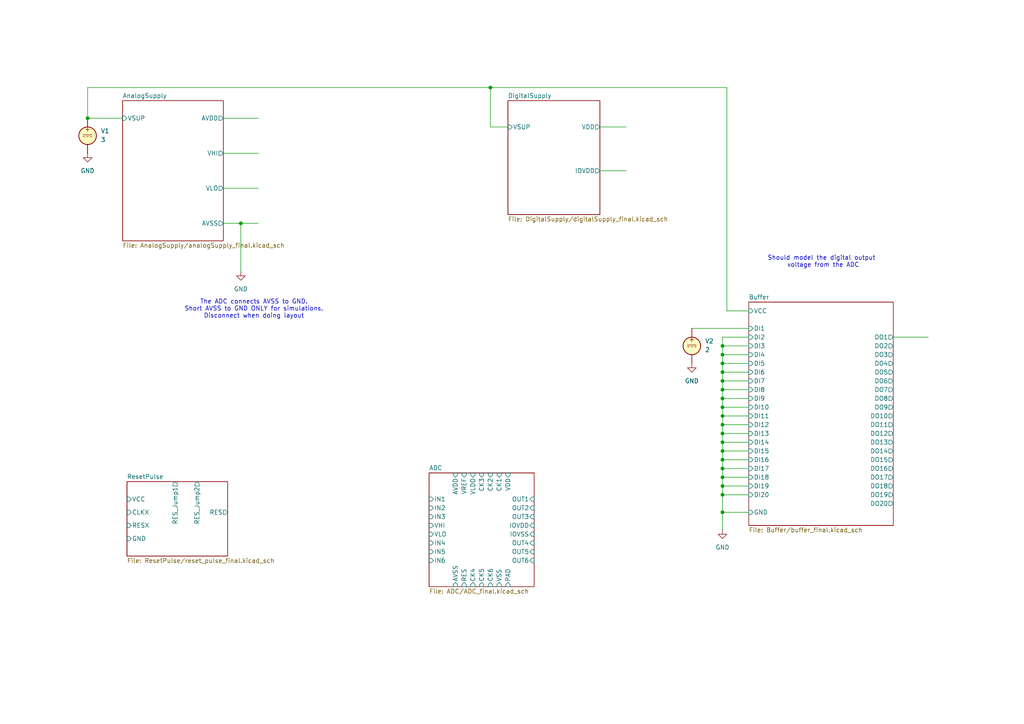
<source format=kicad_sch>
(kicad_sch (version 20231120) (generator "eeschema") (generator_version "8.0")
  (paper "A4")
  (lib_symbols
    (symbol "Simulation_SPICE:VDC" (pin_numbers hide) (pin_names (offset 0.0254))
      (property "Reference" "V" (at 2.54 2.54 0))
      (property "Value" "1" (at 2.54 0 0))
      (symbol "VDC_0_0"
        (polyline (pts (xy -1.27 0.254) (xy 1.27 0.254)))
        (polyline (pts (xy -0.762 -0.254) (xy -1.27 -0.254)))
        (polyline (pts (xy 0.254 -0.254) (xy -0.254 -0.254)))
        (polyline (pts (xy 1.27 -0.254) (xy 0.762 -0.254)))
        (text "+" (at 0 1.905 0) (effects (font (size 1.27 1.27))))
      )
      (symbol "VDC_0_1"
        (circle (center 0 0) (radius 2.54) (stroke (width 0.254)) (fill (type background)))
      )
      (symbol "VDC_1_1"
        (pin passive line (at 0 5.08 270) (length 2.54) (name "~") (number "1"))
        (pin passive line (at 0 -5.08 90) (length 2.54) (name "~") (number "2"))
      )
    )
    (symbol "power:GND" (power) (pin_numbers hide) (pin_names (offset 0) hide)
      (property "Value" "GND" (at 0 -3.81 0))
      (symbol "GND_0_1"
        (polyline (pts (xy 0 0) (xy 0 -1.27) (xy 1.27 -1.27) (xy 0 -2.54) (xy -1.27 -1.27) (xy 0 -1.27)))
      )
      (symbol "GND_1_1"
        (pin power_in line (at 0 0 270) (length 0) (name "~") (number "1"))
      )
    )
  )
  (junction (at 209.55 130.81))
  (junction (at 25.4 34.29))
  (junction (at 209.55 123.19))
  (junction (at 209.55 138.43))
  (junction (at 209.55 100.33))
  (junction (at 209.55 120.65))
  (junction (at 209.55 107.95))
  (junction (at 69.85 64.77))
  (junction (at 209.55 128.27))
  (junction (at 209.55 135.89))
  (junction (at 209.55 125.73))
  (junction (at 209.55 115.57))
  (junction (at 209.55 105.41))
  (junction (at 209.55 102.87))
  (junction (at 209.55 140.97))
  (junction (at 209.55 133.35))
  (junction (at 142.24 25.4))
  (junction (at 209.55 143.51))
  (junction (at 209.55 110.49))
  (junction (at 209.55 113.03))
  (junction (at 209.55 148.59))
  (junction (at 209.55 118.11))
  (wire (pts (xy 210.82 25.4) (xy 210.82 90.17)))
  (wire (pts (xy 64.77 54.61) (xy 74.93 54.61)))
  (wire (pts (xy 209.55 107.95) (xy 209.55 110.49)))
  (wire (pts (xy 209.55 105.41) (xy 209.55 107.95)))
  (wire (pts (xy 209.55 118.11) (xy 217.17 118.11)))
  (wire (pts (xy 209.55 143.51) (xy 217.17 143.51)))
  (wire (pts (xy 209.55 125.73) (xy 209.55 128.27)))
  (wire (pts (xy 142.24 25.4) (xy 210.82 25.4)))
  (wire (pts (xy 173.99 36.83) (xy 181.61 36.83)))
  (wire (pts (xy 209.55 138.43) (xy 209.55 140.97)))
  (wire (pts (xy 209.55 120.65) (xy 209.55 123.19)))
  (wire (pts (xy 209.55 138.43) (xy 217.17 138.43)))
  (wire (pts (xy 209.55 123.19) (xy 217.17 123.19)))
  (wire (pts (xy 209.55 107.95) (xy 217.17 107.95)))
  (wire (pts (xy 209.55 110.49) (xy 217.17 110.49)))
  (wire (pts (xy 209.55 143.51) (xy 209.55 148.59)))
  (wire (pts (xy 209.55 115.57) (xy 217.17 115.57)))
  (wire (pts (xy 142.24 25.4) (xy 142.24 36.83)))
  (wire (pts (xy 64.77 34.29) (xy 74.93 34.29)))
  (wire (pts (xy 142.24 36.83) (xy 147.32 36.83)))
  (wire (pts (xy 69.85 64.77) (xy 69.85 78.74)))
  (wire (pts (xy 209.55 140.97) (xy 217.17 140.97)))
  (wire (pts (xy 209.55 105.41) (xy 217.17 105.41)))
  (wire (pts (xy 209.55 133.35) (xy 217.17 133.35)))
  (wire (pts (xy 209.55 97.79) (xy 217.17 97.79)))
  (wire (pts (xy 209.55 128.27) (xy 209.55 130.81)))
  (wire (pts (xy 209.55 110.49) (xy 209.55 113.03)))
  (wire (pts (xy 209.55 130.81) (xy 217.17 130.81)))
  (wire (pts (xy 209.55 102.87) (xy 217.17 102.87)))
  (wire (pts (xy 209.55 128.27) (xy 217.17 128.27)))
  (wire (pts (xy 210.82 90.17) (xy 217.17 90.17)))
  (wire (pts (xy 209.55 97.79) (xy 209.55 100.33)))
  (wire (pts (xy 209.55 118.11) (xy 209.55 120.65)))
  (wire (pts (xy 64.77 64.77) (xy 69.85 64.77)))
  (wire (pts (xy 25.4 34.29) (xy 25.4 25.4)))
  (wire (pts (xy 209.55 123.19) (xy 209.55 125.73)))
  (wire (pts (xy 69.85 64.77) (xy 74.93 64.77)))
  (wire (pts (xy 209.55 120.65) (xy 217.17 120.65)))
  (wire (pts (xy 209.55 135.89) (xy 217.17 135.89)))
  (wire (pts (xy 64.77 44.45) (xy 74.93 44.45)))
  (wire (pts (xy 209.55 135.89) (xy 209.55 138.43)))
  (wire (pts (xy 209.55 125.73) (xy 217.17 125.73)))
  (wire (pts (xy 209.55 140.97) (xy 209.55 143.51)))
  (wire (pts (xy 209.55 130.81) (xy 209.55 133.35)))
  (wire (pts (xy 209.55 102.87) (xy 209.55 105.41)))
  (wire (pts (xy 200.66 95.25) (xy 217.17 95.25)))
  (wire (pts (xy 173.99 49.53) (xy 181.61 49.53)))
  (wire (pts (xy 259.08 97.79) (xy 269.24 97.79)))
  (wire (pts (xy 209.55 133.35) (xy 209.55 135.89)))
  (wire (pts (xy 209.55 113.03) (xy 217.17 113.03)))
  (wire (pts (xy 209.55 115.57) (xy 209.55 118.11)))
  (wire (pts (xy 209.55 100.33) (xy 209.55 102.87)))
  (wire (pts (xy 209.55 153.67) (xy 209.55 148.59)))
  (wire (pts (xy 209.55 148.59) (xy 217.17 148.59)))
  (wire (pts (xy 25.4 25.4) (xy 142.24 25.4)))
  (wire (pts (xy 209.55 100.33) (xy 217.17 100.33)))
  (wire (pts (xy 209.55 113.03) (xy 209.55 115.57)))
  (wire (pts (xy 25.4 34.29) (xy 35.56 34.29)))
  (text "The ADC connects AVSS to GND.\nShort AVSS to GND ONLY for simulations.\nDisconnect when doing layout" (at 73.66 89.662 0) (effects (font (size 1.27 1.27))))
  (text "Should model the digital output \nvoltage from the ADC" (at 238.76 75.946 0) (effects (font (size 1.27 1.27))))
  (symbol (lib_id "Simulation_SPICE:VDC") (at 25.4 39.37 0) (unit 1)
    (property "Reference" "V1" (at 29.21 37.9701 0) (effects (justify left)))
    (property "Value" "3" (at 29.21 40.5101 0) (effects (justify left)))
    (property "Datasheet" "https://ngspice.sourceforge.io/docs/ngspice-html-manual/manual.xhtml#sec_Independent_Sources_for" (effects (hide yes)))
    (property "Description" "Voltage source, DC" (effects (hide yes)))
    (property "Sim.Pins" "1=+ 2=-" (effects (hide yes)))
    (property "Sim.Type" "DC" (effects (hide yes)))
    (property "Sim.Device" "V" (effects (hide yes)))
  )
  (symbol (lib_id "power:GND") (at 200.66 105.41 0) (unit 1)
    (property "Reference" "#PWR03" (effects (hide yes)))
    (property "Value" "GND" (at 200.66 110.49 0))
    (property "Description" "Power symbol creates a global label with name \"GND\" , ground" (effects (hide yes)))
  )
  (symbol (lib_id "power:GND") (at 69.85 78.74 0) (unit 1)
    (property "Reference" "#PWR02" (effects (hide yes)))
    (property "Value" "GND" (at 69.85 83.82 0))
    (property "Description" "Power symbol creates a global label with name \"GND\" , ground" (effects (hide yes)))
  )
  (symbol (lib_id "power:GND") (at 25.4 44.45 0) (unit 1)
    (property "Reference" "#PWR01" (effects (hide yes)))
    (property "Value" "GND" (at 25.4 49.53 0))
    (property "Description" "Power symbol creates a global label with name \"GND\" , ground" (effects (hide yes)))
  )
  (symbol (lib_id "Simulation_SPICE:VDC") (at 200.66 100.33 0) (unit 1)
    (property "Reference" "V2" (at 204.47 98.9301 0) (effects (justify left)))
    (property "Value" "2" (at 204.47 101.4701 0) (effects (justify left)))
    (property "Datasheet" "https://ngspice.sourceforge.io/docs/ngspice-html-manual/manual.xhtml#sec_Independent_Sources_for" (effects (hide yes)))
    (property "Description" "Voltage source, DC" (effects (hide yes)))
    (property "Sim.Pins" "1=+ 2=-" (effects (hide yes)))
    (property "Sim.Type" "DC" (effects (hide yes)))
    (property "Sim.Device" "V" (effects (hide yes)))
  )
  (symbol (lib_id "power:GND") (at 209.55 153.67 0) (unit 1)
    (property "Reference" "#PWR04" (effects (hide yes)))
    (property "Value" "GND" (at 209.55 158.75 0))
    (property "Description" "Power symbol creates a global label with name \"GND\" , ground" (effects (hide yes)))
  )
  (sheet (at 35.56 29.21) (size 29.21 40.64) (stroke (width 0.1524))
    (property "Sheetname" "AnalogSupply" (at 35.56 28.4984 0) (effects (justify left bottom)))
    (property "Sheetfile" "AnalogSupply/analogSupply_final.kicad_sch" (at 35.56 70.4346 0) (effects (justify left top)))
    (pin "VSUP" input (at 35.56 34.29 180))
    (pin "AVSS" output (at 64.77 64.77 0))
    (pin "AVDD" output (at 64.77 34.29 0))
    (pin "VLO" output (at 64.77 54.61 0))
    (pin "VHI" output (at 64.77 44.45 0))
  )
  (sheet (at 124.46 137.16) (size 30.48 33.02) (stroke (width 0.1524))
    (property "Sheetname" "ADC" (at 124.46 136.4484 0) (effects (justify left bottom)))
    (property "Sheetfile" "ADC/ADC_final.kicad_sch" (at 124.46 170.7646 0) (effects (justify left top)))
    (pin "OUT3" input (at 154.94 149.86 0))
    (pin "OUT2" input (at 154.94 147.32 0))
    (pin "IOVDD" input (at 154.94 152.4 0))
    (pin "OUT1" input (at 154.94 144.78 0))
    (pin "CK6" input (at 142.24 170.18 270))
    (pin "VSS" input (at 144.78 170.18 270))
    (pin "PAD" input (at 147.32 170.18 270))
    (pin "AVSS" input (at 132.08 170.18 270))
    (pin "OUT4" input (at 154.94 157.48 0))
    (pin "OUT5" input (at 154.94 160.02 0))
    (pin "IOVSS" input (at 154.94 154.94 0))
    (pin "OUT6" input (at 154.94 162.56 0))
    (pin "RES" input (at 134.62 170.18 270))
    (pin "CK4" input (at 137.16 170.18 270))
    (pin "CK5" input (at 139.7 170.18 270))
    (pin "AVDD" input (at 132.08 137.16 90))
    (pin "VLDO" input (at 137.16 137.16 90))
    (pin "VREF" input (at 134.62 137.16 90))
    (pin "CK2" input (at 142.24 137.16 90))
    (pin "CK3" input (at 139.7 137.16 90))
    (pin "CK1" input (at 144.78 137.16 90))
    (pin "VDD" input (at 147.32 137.16 90))
    (pin "IN1" input (at 124.46 144.78 180))
    (pin "IN2" input (at 124.46 147.32 180))
    (pin "VLO" input (at 124.46 154.94 180))
    (pin "IN5" input (at 124.46 160.02 180))
    (pin "IN6" input (at 124.46 162.56 180))
    (pin "IN4" input (at 124.46 157.48 180))
    (pin "VHI" input (at 124.46 152.4 180))
    (pin "IN3" input (at 124.46 149.86 180))
  )
  (sheet (at 217.17 87.63) (size 41.91 64.77) (stroke (width 0.1524))
    (property "Sheetname" "Buffer" (at 217.17 86.9184 0) (effects (justify left bottom)))
    (property "Sheetfile" "Buffer/buffer_final.kicad_sch" (at 217.17 152.9846 0) (effects (justify left top)))
    (pin "DI18" input (at 217.17 138.43 180))
    (pin "DI20" input (at 217.17 143.51 180))
    (pin "DI19" input (at 217.17 140.97 180))
    (pin "DI17" input (at 217.17 135.89 180))
    (pin "DI14" input (at 217.17 128.27 180))
    (pin "DI16" input (at 217.17 133.35 180))
    (pin "DI15" input (at 217.17 130.81 180))
    (pin "DI6" input (at 217.17 107.95 180))
    (pin "DI5" input (at 217.17 105.41 180))
    (pin "DI4" input (at 217.17 102.87 180))
    (pin "DI2" input (at 217.17 97.79 180))
    (pin "DI3" input (at 217.17 100.33 180))
    (pin "DI1" input (at 217.17 95.25 180))
    (pin "DO15" output (at 259.08 133.35 0))
    (pin "DO16" output (at 259.08 135.89 0))
    (pin "DO14" output (at 259.08 130.81 0))
    (pin "GND" input (at 217.17 148.59 180))
    (pin "VCC" input (at 217.17 90.17 180))
    (pin "DO1" output (at 259.08 97.79 0))
    (pin "DO4" output (at 259.08 105.41 0))
    (pin "DO2" output (at 259.08 100.33 0))
    (pin "DO3" output (at 259.08 102.87 0))
    (pin "DO13" output (at 259.08 128.27 0))
    (pin "DO11" output (at 259.08 123.19 0))
    (pin "DO9" output (at 259.08 118.11 0))
    (pin "DO10" output (at 259.08 120.65 0))
    (pin "DO12" output (at 259.08 125.73 0))
    (pin "DO18" output (at 259.08 140.97 0))
    (pin "DO17" output (at 259.08 138.43 0))
    (pin "DO19" output (at 259.08 143.51 0))
    (pin "DO20" output (at 259.08 146.05 0))
    (pin "DO7" output (at 259.08 113.03 0))
    (pin "DO8" output (at 259.08 115.57 0))
    (pin "DO6" output (at 259.08 110.49 0))
    (pin "DO5" output (at 259.08 107.95 0))
    (pin "DI7" input (at 217.17 110.49 180))
    (pin "DI9" input (at 217.17 115.57 180))
    (pin "DI8" input (at 217.17 113.03 180))
    (pin "DI10" input (at 217.17 118.11 180))
    (pin "DI13" input (at 217.17 125.73 180))
    (pin "DI12" input (at 217.17 123.19 180))
    (pin "DI11" input (at 217.17 120.65 180))
  )
  (sheet (at 147.32 29.21) (size 26.67 33.02) (stroke (width 0.1524))
    (property "Sheetname" "DigitalSupply" (at 147.32 28.4984 0) (effects (justify left bottom)))
    (property "Sheetfile" "DigitalSupply/digitalSupply_final.kicad_sch" (at 147.32 62.8146 0) (effects (justify left top)))
    (pin "VSUP" input (at 147.32 36.83 180))
    (pin "IOVDD" output (at 173.99 49.53 0))
    (pin "VDD" output (at 173.99 36.83 0))
  )
  (sheet (at 36.83 139.7) (size 29.21 21.59) (stroke (width 0.1524))
    (property "Sheetname" "ResetPulse" (at 36.83 138.9884 0) (effects (justify left bottom)))
    (property "Sheetfile" "ResetPulse/reset_pulse_final.kicad_sch" (at 36.83 161.8746 0) (effects (justify left top)))
    (pin "RES_Jump1" output (at 50.8 139.7 90))
    (pin "VCC" input (at 36.83 144.78 180))
    (pin "CLKX" input (at 36.83 148.59 180))
    (pin "RESX" input (at 36.83 152.4 180))
    (pin "GND" input (at 36.83 156.21 180))
    (pin "RES" output (at 66.04 148.59 0))
    (pin "RES_Jump2" output (at 57.15 139.7 90))
  )
)
</source>
